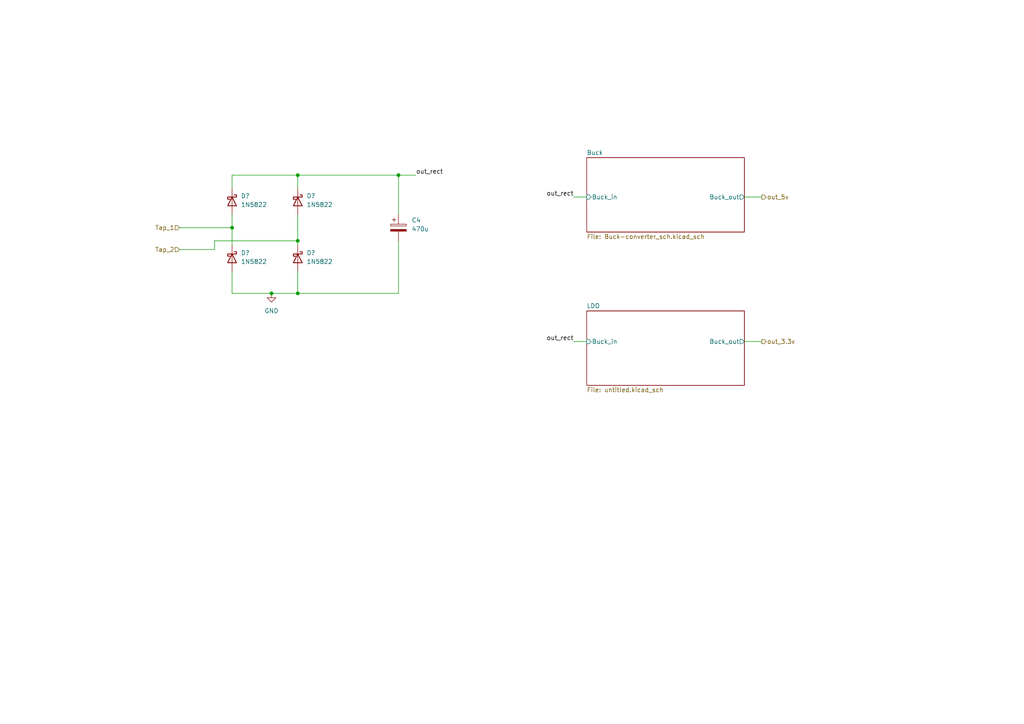
<source format=kicad_sch>
(kicad_sch (version 20211123) (generator eeschema)
  (paper "A4")
  (lib_symbols
    (symbol "Device:C_Polarized" (pin_numbers hide) (pin_names (offset 0.254))
      (property "Reference" "C" (at 0.635 2.54 0))
      (property "Value" "C_Polarized" (at 0.635 -2.54 0))
      (symbol "C_Polarized_0_1"
        (rectangle (start -2.286 0.508) (end 2.286 1.016))
        (polyline (pts (xy -1.778 2.286) (xy -0.762 2.286)))
        (polyline (pts (xy -1.27 2.794) (xy -1.27 1.778)))
        (rectangle (start 2.286 -0.508) (end -2.286 -1.016) (fill (type outline)))
      )
      (symbol "C_Polarized_1_1"
        (pin passive line (at 0 3.81 270) (length 2.794) (name "~") (number "1"))
        (pin passive line (at 0 -3.81 90) (length 2.794) (name "~") (number "2"))
      )
    )
    (symbol "Diode:1N5822" (pin_numbers hide) (pin_names (offset 1.016) hide)
      (property "Reference" "D" (at 0 2.54 0))
      (property "Value" "1N5822" (at 0 -2.54 0))
      (symbol "1N5822_0_1"
        (polyline (pts (xy 1.27 0) (xy -1.27 0)))
        (polyline (pts (xy 1.27 1.27) (xy 1.27 -1.27) (xy -1.27 0) (xy 1.27 1.27)) (stroke (width 0.254)))
        (polyline (pts (xy -1.905 0.635) (xy -1.905 1.27) (xy -1.27 1.27) (xy -1.27 -1.27) (xy -0.635 -1.27) (xy -0.635 -0.635)) (stroke (width 0.254)))
      )
      (symbol "1N5822_1_1"
        (pin passive line (at -3.81 0 0) (length 2.54) (name "K") (number "1"))
        (pin passive line (at 3.81 0 180) (length 2.54) (name "A") (number "2"))
      )
    )
    (symbol "power:GND" (power) (pin_names (offset 0))
      (property "Value" "GND" (at 0 -3.81 0))
      (symbol "GND_0_1"
        (polyline (pts (xy 0 0) (xy 0 -1.27) (xy 1.27 -1.27) (xy 0 -2.54) (xy -1.27 -1.27) (xy 0 -1.27)))
      )
      (symbol "GND_1_1"
        (pin power_in line (at 0 0 270) (length 0) hide (name "GND") (number "1"))
      )
    )
  )
  (junction (at 115.57 50.8))
  (junction (at 78.74 85.09))
  (junction (at 86.36 50.8))
  (junction (at 86.36 69.85))
  (junction (at 86.36 85.09))
  (junction (at 67.31 66.04))
  (wire (pts (xy 86.36 50.8) (xy 86.36 54.61)))
  (wire (pts (xy 166.37 57.15) (xy 170.18 57.15)))
  (wire (pts (xy 86.36 69.85) (xy 86.36 71.12)))
  (wire (pts (xy 86.36 78.74) (xy 86.36 85.09)))
  (wire (pts (xy 67.31 62.23) (xy 67.31 66.04)))
  (wire (pts (xy 86.36 85.09) (xy 78.74 85.09)))
  (wire (pts (xy 215.9 99.06) (xy 220.98 99.06)))
  (wire (pts (xy 62.23 69.85) (xy 86.36 69.85)))
  (wire (pts (xy 115.57 85.09) (xy 86.36 85.09)))
  (wire (pts (xy 115.57 62.23) (xy 115.57 50.8)))
  (wire (pts (xy 215.9 57.15) (xy 220.98 57.15)))
  (wire (pts (xy 67.31 54.61) (xy 67.31 50.8)))
  (wire (pts (xy 115.57 69.85) (xy 115.57 85.09)))
  (wire (pts (xy 166.37 99.06) (xy 170.18 99.06)))
  (wire (pts (xy 67.31 50.8) (xy 86.36 50.8)))
  (wire (pts (xy 62.23 72.39) (xy 62.23 69.85)))
  (wire (pts (xy 67.31 66.04) (xy 67.31 71.12)))
  (wire (pts (xy 78.74 85.09) (xy 67.31 85.09)))
  (wire (pts (xy 52.07 66.04) (xy 67.31 66.04)))
  (wire (pts (xy 52.07 72.39) (xy 62.23 72.39)))
  (wire (pts (xy 86.36 62.23) (xy 86.36 69.85)))
  (wire (pts (xy 115.57 50.8) (xy 120.65 50.8)))
  (wire (pts (xy 67.31 78.74) (xy 67.31 85.09)))
  (wire (pts (xy 115.57 50.8) (xy 86.36 50.8)))
  (label "out_rect" (at 166.37 99.06 180))
  (label "out_rect" (at 120.65 50.8 0))
  (label "out_rect" (at 166.37 57.15 180))
  (hierarchical_label "out_3.3v" (shape output) (at 220.98 99.06 0))
  (hierarchical_label "Tap_1" (shape input) (at 52.07 66.04 180))
  (hierarchical_label "out_5v" (shape output) (at 220.98 57.15 0))
  (hierarchical_label "Tap_2" (shape input) (at 52.07 72.39 180))
  (symbol (lib_id "Device:C_Polarized") (at 115.57 66.04 0) (unit 1)
    (property "Reference" "C4" (at 119.38 63.8809 0) (effects (justify left)))
    (property "Value" "470u" (at 119.38 66.4209 0) (effects (justify left)))
  )
  (symbol (lib_id "Diode:1N5822") (at 86.36 74.93 270) (unit 1)
    (property "Reference" "D?" (at 88.9 73.3424 90) (effects (justify left)))
    (property "Value" "1N5822" (at 88.9 75.8824 90) (effects (justify left)))
    (property "Footprint" "Diode_THT:D_DO-201AD_P15.24mm_Horizontal" (effects hide))
    (property "Datasheet" "http://www.vishay.com/docs/88526/1n5820.pdf" (effects hide))
  )
  (symbol (lib_id "Diode:1N5822") (at 67.31 58.42 270) (unit 1)
    (property "Reference" "D?" (at 69.85 56.8324 90) (effects (justify left)))
    (property "Value" "1N5822" (at 69.85 59.3724 90) (effects (justify left)))
    (property "Footprint" "Diode_THT:D_DO-201AD_P15.24mm_Horizontal" (effects hide))
    (property "Datasheet" "http://www.vishay.com/docs/88526/1n5820.pdf" (effects hide))
  )
  (symbol (lib_id "power:GND") (at 78.74 85.09 0) (unit 1)
    (property "Reference" "#PWR?" (effects hide))
    (property "Value" "GND" (at 78.74 90.17 0))
  )
  (symbol (lib_id "Diode:1N5822") (at 67.31 74.93 270) (unit 1)
    (property "Reference" "D?" (at 69.85 73.3424 90) (effects (justify left)))
    (property "Value" "1N5822" (at 69.85 75.8824 90) (effects (justify left)))
    (property "Footprint" "Diode_THT:D_DO-201AD_P15.24mm_Horizontal" (effects hide))
    (property "Datasheet" "http://www.vishay.com/docs/88526/1n5820.pdf" (effects hide))
  )
  (symbol (lib_id "Diode:1N5822") (at 86.36 58.42 270) (unit 1)
    (property "Reference" "D?" (at 88.9 56.8324 90) (effects (justify left)))
    (property "Value" "1N5822" (at 88.9 59.3724 90) (effects (justify left)))
    (property "Footprint" "Diode_THT:D_DO-201AD_P15.24mm_Horizontal" (effects hide))
    (property "Datasheet" "http://www.vishay.com/docs/88526/1n5820.pdf" (effects hide))
  )
  (sheet (at 170.18 90.17) (size 45.72 21.59) (stroke (width 0.1524))
    (property "Sheet name" "LDO" (at 170.18 89.4584 0) (effects (justify left bottom)))
    (property "Sheet file" "untitled.kicad_sch" (at 170.18 112.3446 0) (effects (justify left top)))
    (pin "Buck_in" input (at 170.18 99.06 180))
    (pin "Buck_out" output (at 215.9 99.06 0))
  )
  (sheet (at 170.18 45.72) (size 45.72 21.59) (stroke (width 0.1524))
    (property "Sheet name" "Buck" (at 170.18 45.0084 0) (effects (justify left bottom)))
    (property "Sheet file" "Buck-converter_sch.kicad_sch" (at 170.18 67.8946 0) (effects (justify left top)))
    (pin "Buck_out" output (at 215.9 57.15 0))
    (pin "Buck_in" input (at 170.18 57.15 180))
  )
)
</source>
